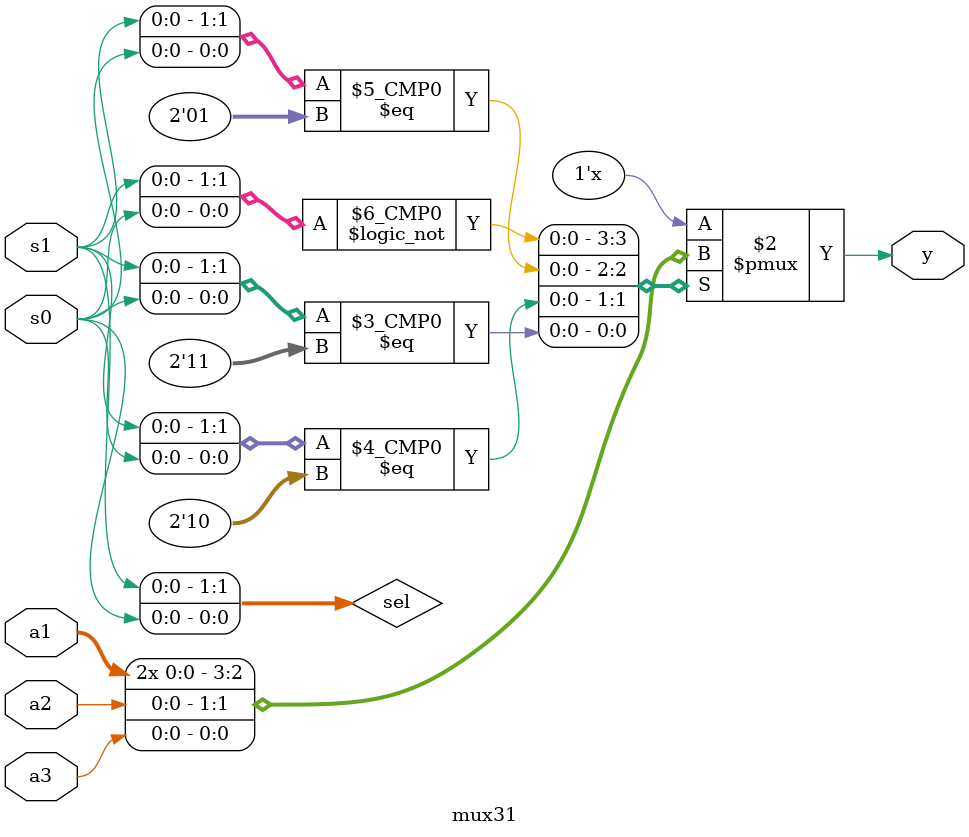
<source format=v>
module mux31(a1,a2,a3,s0,s1,y); 
input a1,a2,a3,s0,s1;
output reg y; 
wire[1:0] sel; 
assign sel = {s1,s0};
always @(sel)
	case(sel)
	2'b00: y = a1;
	2'b01: y = a1;
	2'b10: y = a2;
	2'b11: y = a3;
	endcase
endmodule

</source>
